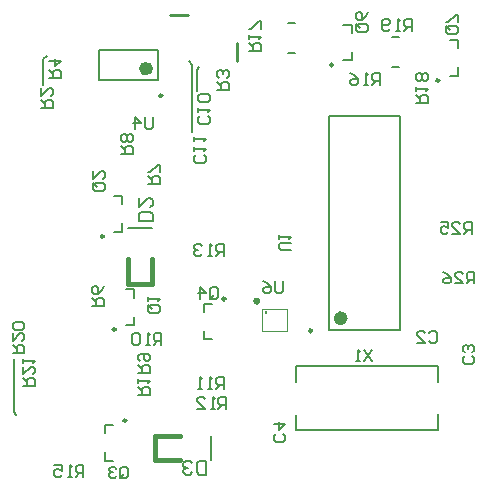
<source format=gbo>
%FSLAX24Y24*%
%MOIN*%
G70*
G01*
G75*
G04 Layer_Color=32896*
%ADD10C,0.0079*%
%ADD11R,0.0236X0.0886*%
%ADD12R,0.0299X0.0945*%
%ADD13R,0.0315X0.0354*%
%ADD14R,0.0886X0.0236*%
%ADD15R,0.0846X0.0335*%
%ADD16C,0.0335*%
%ADD17R,0.0335X0.0846*%
%ADD18R,0.0315X0.0630*%
%ADD19R,0.0394X0.0276*%
%ADD20R,0.0236X0.0197*%
%ADD21R,0.0276X0.0394*%
%ADD22R,0.0354X0.0315*%
%ADD23R,0.0906X0.0906*%
%ADD24R,0.0492X0.0433*%
%ADD25R,0.0354X0.0315*%
%ADD26R,0.0591X0.0295*%
%ADD27R,0.0295X0.0591*%
%ADD28C,0.0276*%
%ADD29C,0.0100*%
%ADD30C,0.0118*%
%ADD31C,0.0138*%
%ADD32C,0.0098*%
%ADD33C,0.0380*%
%ADD34R,0.0380X0.0380*%
%ADD35O,0.0669X0.1181*%
%ADD36C,0.0380*%
%ADD37R,0.2165X0.0827*%
%ADD38R,0.0118X0.0295*%
%ADD39R,0.0480X0.0358*%
%ADD40R,0.0358X0.0480*%
%ADD41R,0.0630X0.1063*%
%ADD42R,0.0906X0.0236*%
%ADD43R,0.0630X0.0315*%
%ADD44C,0.0236*%
%ADD45C,0.0394*%
%ADD46C,0.0039*%
%ADD47C,0.0063*%
%ADD48R,0.0246X0.0433*%
%ADD49R,0.0316X0.0966*%
%ADD50R,0.0379X0.1025*%
%ADD51R,0.0395X0.0434*%
%ADD52R,0.0966X0.0316*%
%ADD53R,0.0926X0.0415*%
%ADD54C,0.0415*%
%ADD55R,0.0415X0.0926*%
%ADD56R,0.0395X0.0710*%
%ADD57R,0.0474X0.0356*%
%ADD58R,0.0316X0.0277*%
%ADD59R,0.0356X0.0474*%
%ADD60R,0.0434X0.0395*%
%ADD61R,0.0986X0.0986*%
%ADD62R,0.0572X0.0513*%
%ADD63R,0.0434X0.0395*%
%ADD64R,0.0671X0.0375*%
%ADD65R,0.0375X0.0671*%
%ADD66C,0.0827*%
%ADD67C,0.0460*%
%ADD68R,0.0460X0.0460*%
%ADD69O,0.0749X0.1261*%
%ADD70R,0.2245X0.0907*%
%ADD71R,0.0150X0.0327*%
%ADD72R,0.0560X0.0438*%
%ADD73R,0.0438X0.0560*%
%ADD74R,0.0710X0.1143*%
%ADD75R,0.0986X0.0316*%
%ADD76R,0.0710X0.0395*%
%ADD77C,0.0150*%
%ADD78C,0.0050*%
D10*
X14331Y3287D02*
Y3819D01*
Y1693D02*
Y2234D01*
X9606Y3819D02*
X14331D01*
X9606Y3287D02*
Y3819D01*
Y1693D02*
X14331D01*
X9606D02*
Y2205D01*
X4213Y6102D02*
Y6378D01*
X3937D02*
X4213D01*
Y5197D02*
Y5472D01*
X3937Y5197D02*
X4213D01*
X3819Y9213D02*
Y9488D01*
X3543D02*
X3819D01*
Y8307D02*
Y8583D01*
X3543Y8307D02*
X3819D01*
X3228Y1850D02*
X3504D01*
X3228Y1575D02*
Y1850D01*
Y669D02*
X3504D01*
X3228D02*
Y945D01*
X6535Y5906D02*
X6811D01*
X6535Y5630D02*
Y5906D01*
Y4724D02*
X6811D01*
X6535D02*
Y5000D01*
X11457Y14921D02*
Y15197D01*
X11181D02*
X11457D01*
Y14016D02*
Y14291D01*
X11181Y14016D02*
X11457D01*
X15000Y14409D02*
Y14685D01*
X14724D02*
X15000D01*
Y13504D02*
Y13780D01*
X14724Y13504D02*
X15000D01*
X9331Y14272D02*
X9567D01*
X9331Y15256D02*
X9567D01*
X12795Y13799D02*
X13032D01*
X12795Y14783D02*
X13032D01*
X10699Y12146D02*
X13081D01*
Y5020D02*
Y12146D01*
X10699Y5020D02*
Y12146D01*
Y5020D02*
X13081D01*
X5000Y13346D02*
Y14370D01*
X3031Y13346D02*
X5000D01*
X3031Y14370D02*
X5000D01*
X3031Y13346D02*
Y14370D01*
X197Y2283D02*
Y4055D01*
Y2283D02*
X276Y2205D01*
X1181Y13189D02*
Y14055D01*
X1292Y14166D01*
X6299Y12976D02*
Y13701D01*
X6378Y13780D01*
X6142Y11614D02*
Y13858D01*
X6024Y13976D02*
X6142Y13858D01*
D29*
X8609Y5617D02*
G03*
X8609Y5617I-2J0D01*
G01*
X8369Y5987D02*
G03*
X8369Y5987I-72J0D01*
G01*
X7639Y13986D02*
Y14606D01*
X4006Y6573D02*
X4009Y6570D01*
X4916Y1502D02*
X4920Y1506D01*
X5394Y15512D02*
X6014D01*
D32*
X3593Y5039D02*
G03*
X3593Y5039I-49J0D01*
G01*
X3199Y8150D02*
G03*
X3199Y8150I-49J0D01*
G01*
X3947Y2008D02*
G03*
X3947Y2008I-49J0D01*
G01*
X7254Y6063D02*
G03*
X7254Y6063I-49J0D01*
G01*
X10837Y13858D02*
G03*
X10837Y13858I-49J0D01*
G01*
X14380Y13346D02*
G03*
X14380Y13346I-49J0D01*
G01*
X10138Y4998D02*
G03*
X10138Y4998I-49J0D01*
G01*
X5150Y12835D02*
G03*
X5150Y12835I-49J0D01*
G01*
D44*
X11211Y5413D02*
G03*
X11211Y5413I-118J0D01*
G01*
X4724Y13740D02*
G03*
X4724Y13740I-118J0D01*
G01*
D46*
X9306Y5000D02*
Y5709D01*
X8483D02*
X9306D01*
X8483Y5000D02*
Y5709D01*
Y5000D02*
X9305D01*
D47*
X12126Y4370D02*
X11864Y3976D01*
Y4370D02*
X12126Y3976D01*
X11732D02*
X11601D01*
X11667D01*
Y4370D01*
X11732Y4304D01*
X9173Y6653D02*
Y6325D01*
X9108Y6260D01*
X8976D01*
X8911Y6325D01*
Y6653D01*
X8517D02*
X8648Y6588D01*
X8780Y6457D01*
Y6325D01*
X8714Y6260D01*
X8583D01*
X8517Y6325D01*
Y6391D01*
X8583Y6457D01*
X8780D01*
X14029Y4934D02*
X14095Y5000D01*
X14226D01*
X14291Y4934D01*
Y4672D01*
X14226Y4606D01*
X14095D01*
X14029Y4672D01*
X13635Y4606D02*
X13898D01*
X13635Y4869D01*
Y4934D01*
X13701Y5000D01*
X13832D01*
X13898Y4934D01*
X15485Y4143D02*
X15551Y4078D01*
Y3947D01*
X15485Y3881D01*
X15223D01*
X15157Y3947D01*
Y4078D01*
X15223Y4143D01*
X15485Y4275D02*
X15551Y4340D01*
Y4471D01*
X15485Y4537D01*
X15420D01*
X15354Y4471D01*
Y4406D01*
Y4471D01*
X15289Y4537D01*
X15223D01*
X15157Y4471D01*
Y4340D01*
X15223Y4275D01*
X9186Y1562D02*
X9252Y1496D01*
Y1365D01*
X9186Y1299D01*
X8924D01*
X8858Y1365D01*
Y1496D01*
X8924Y1562D01*
X8858Y1890D02*
X9252D01*
X9055Y1693D01*
Y1955D01*
X6667Y12152D02*
X6732Y12087D01*
Y11955D01*
X6667Y11890D01*
X6404D01*
X6339Y11955D01*
Y12087D01*
X6404Y12152D01*
X6339Y12283D02*
Y12415D01*
Y12349D01*
X6732D01*
X6667Y12283D01*
Y12611D02*
X6732Y12677D01*
Y12808D01*
X6667Y12874D01*
X6404D01*
X6339Y12808D01*
Y12677D01*
X6404Y12611D01*
X6667D01*
X4831Y8661D02*
X4370D01*
Y8892D01*
X4447Y8968D01*
X4754D01*
X4831Y8892D01*
Y8661D01*
X4370Y9429D02*
Y9122D01*
X4677Y9429D01*
X4754D01*
X4831Y9352D01*
Y9199D01*
X4754Y9122D01*
X6614Y657D02*
Y197D01*
X6384D01*
X6307Y274D01*
Y581D01*
X6384Y657D01*
X6614D01*
X6154Y581D02*
X6077Y657D01*
X5923D01*
X5847Y581D01*
Y504D01*
X5923Y427D01*
X6000D01*
X5923D01*
X5847Y350D01*
Y274D01*
X5923Y197D01*
X6077D01*
X6154Y274D01*
X4751Y5853D02*
X5013D01*
X5079Y5787D01*
Y5656D01*
X5013Y5591D01*
X4751D01*
X4685Y5656D01*
Y5787D01*
X4816Y5722D02*
X4685Y5853D01*
Y5787D02*
X4751Y5853D01*
X4685Y5984D02*
Y6115D01*
Y6050D01*
X5079D01*
X5013Y5984D01*
X2920Y9914D02*
X3182D01*
X3248Y9849D01*
Y9717D01*
X3182Y9652D01*
X2920D01*
X2854Y9717D01*
Y9849D01*
X2986Y9783D02*
X2854Y9914D01*
Y9849D02*
X2920Y9914D01*
X2854Y10308D02*
Y10045D01*
X3117Y10308D01*
X3182D01*
X3248Y10242D01*
Y10111D01*
X3182Y10045D01*
X3753Y144D02*
Y407D01*
X3819Y472D01*
X3950D01*
X4016Y407D01*
Y144D01*
X3950Y79D01*
X3819D01*
X3885Y210D02*
X3753Y79D01*
X3819D02*
X3753Y144D01*
X3622Y407D02*
X3557Y472D01*
X3425D01*
X3360Y407D01*
Y341D01*
X3425Y276D01*
X3491D01*
X3425D01*
X3360Y210D01*
Y144D01*
X3425Y79D01*
X3557D01*
X3622Y144D01*
X6745Y6129D02*
Y6391D01*
X6811Y6457D01*
X6942D01*
X7008Y6391D01*
Y6129D01*
X6942Y6063D01*
X6811D01*
X6877Y6194D02*
X6745Y6063D01*
X6811D02*
X6745Y6129D01*
X6418Y6063D02*
Y6457D01*
X6614Y6260D01*
X6352D01*
X11680Y15223D02*
X11942D01*
X12008Y15157D01*
Y15026D01*
X11942Y14961D01*
X11680D01*
X11614Y15026D01*
Y15157D01*
X11745Y15092D02*
X11614Y15223D01*
Y15157D02*
X11680Y15223D01*
X12008Y15617D02*
X11942Y15485D01*
X11811Y15354D01*
X11680D01*
X11614Y15420D01*
Y15551D01*
X11680Y15617D01*
X11745D01*
X11811Y15551D01*
Y15354D01*
X14672Y15144D02*
X14934D01*
X15000Y15079D01*
Y14947D01*
X14934Y14882D01*
X14672D01*
X14606Y14947D01*
Y15079D01*
X14737Y15013D02*
X14606Y15144D01*
Y15079D02*
X14672Y15144D01*
X15000Y15275D02*
Y15538D01*
X14934D01*
X14672Y15275D01*
X14606D01*
X4334Y2869D02*
X4727D01*
Y3066D01*
X4662Y3131D01*
X4531D01*
X4465Y3066D01*
Y2869D01*
Y3000D02*
X4334Y3131D01*
Y3263D02*
Y3394D01*
Y3328D01*
X4727D01*
X4662Y3263D01*
X1110Y12440D02*
X1504D01*
Y12637D01*
X1438Y12702D01*
X1307D01*
X1241Y12637D01*
Y12440D01*
Y12571D02*
X1110Y12702D01*
Y13096D02*
Y12834D01*
X1372Y13096D01*
X1438D01*
X1504Y13030D01*
Y12899D01*
X1438Y12834D01*
X6969Y13032D02*
X7362D01*
Y13228D01*
X7296Y13294D01*
X7165D01*
X7100Y13228D01*
Y13032D01*
Y13163D02*
X6969Y13294D01*
X7296Y13425D02*
X7362Y13491D01*
Y13622D01*
X7296Y13687D01*
X7231D01*
X7165Y13622D01*
Y13556D01*
Y13622D01*
X7100Y13687D01*
X7034D01*
X6969Y13622D01*
Y13491D01*
X7034Y13425D01*
X1388Y13414D02*
X1781D01*
Y13611D01*
X1716Y13677D01*
X1585D01*
X1519Y13611D01*
Y13414D01*
Y13545D02*
X1388Y13677D01*
Y14005D02*
X1781D01*
X1585Y13808D01*
Y14070D01*
X2820Y5827D02*
X3214D01*
Y6024D01*
X3148Y6089D01*
X3017D01*
X2951Y6024D01*
Y5827D01*
Y5958D02*
X2820Y6089D01*
X3214Y6483D02*
X3148Y6352D01*
X3017Y6220D01*
X2886D01*
X2820Y6286D01*
Y6417D01*
X2886Y6483D01*
X2951D01*
X3017Y6417D01*
Y6220D01*
X4670Y9882D02*
X5064D01*
Y10079D01*
X4998Y10144D01*
X4867D01*
X4802Y10079D01*
Y9882D01*
Y10013D02*
X4670Y10144D01*
X5064Y10275D02*
Y10538D01*
X4998D01*
X4736Y10275D01*
X4670D01*
X3780Y10906D02*
X4173D01*
Y11102D01*
X4108Y11168D01*
X3976D01*
X3911Y11102D01*
Y10906D01*
Y11037D02*
X3780Y11168D01*
X4108Y11299D02*
X4173Y11365D01*
Y11496D01*
X4108Y11561D01*
X4042D01*
X3976Y11496D01*
X3911Y11561D01*
X3845D01*
X3780Y11496D01*
Y11365D01*
X3845Y11299D01*
X3911D01*
X3976Y11365D01*
X4042Y11299D01*
X4108D01*
X3976Y11365D02*
Y11496D01*
X4331Y3583D02*
X4724D01*
Y3779D01*
X4659Y3845D01*
X4527D01*
X4462Y3779D01*
Y3583D01*
Y3714D02*
X4331Y3845D01*
X4396Y3976D02*
X4331Y4042D01*
Y4173D01*
X4396Y4239D01*
X4659D01*
X4724Y4173D01*
Y4042D01*
X4659Y3976D01*
X4593D01*
X4527Y4042D01*
Y4239D01*
X5118Y4528D02*
Y4921D01*
X4921D01*
X4856Y4856D01*
Y4724D01*
X4921Y4659D01*
X5118D01*
X4987D02*
X4856Y4528D01*
X4725D02*
X4593D01*
X4659D01*
Y4921D01*
X4725Y4856D01*
X4397D02*
X4331Y4921D01*
X4200D01*
X4134Y4856D01*
Y4593D01*
X4200Y4528D01*
X4331D01*
X4397Y4593D01*
Y4856D01*
X7205Y3051D02*
Y3445D01*
X7008D01*
X6942Y3379D01*
Y3248D01*
X7008Y3182D01*
X7205D01*
X7074D02*
X6942Y3051D01*
X6811D02*
X6680D01*
X6746D01*
Y3445D01*
X6811Y3379D01*
X6483Y3051D02*
X6352D01*
X6418D01*
Y3445D01*
X6483Y3379D01*
X7283Y2402D02*
Y2795D01*
X7087D01*
X7021Y2730D01*
Y2598D01*
X7087Y2533D01*
X7283D01*
X7152D02*
X7021Y2402D01*
X6890D02*
X6759D01*
X6824D01*
Y2795D01*
X6890Y2730D01*
X6300Y2402D02*
X6562D01*
X6300Y2664D01*
Y2730D01*
X6365Y2795D01*
X6496D01*
X6562Y2730D01*
X7205Y7480D02*
Y7874D01*
X7008D01*
X6942Y7808D01*
Y7677D01*
X7008Y7612D01*
X7205D01*
X7074D02*
X6942Y7480D01*
X6811D02*
X6680D01*
X6746D01*
Y7874D01*
X6811Y7808D01*
X6483D02*
X6418Y7874D01*
X6286D01*
X6221Y7808D01*
Y7743D01*
X6286Y7677D01*
X6352D01*
X6286D01*
X6221Y7612D01*
Y7546D01*
X6286Y7480D01*
X6418D01*
X6483Y7546D01*
X2520Y118D02*
Y512D01*
X2323D01*
X2257Y446D01*
Y315D01*
X2323Y249D01*
X2520D01*
X2388D02*
X2257Y118D01*
X2126D02*
X1995D01*
X2061D01*
Y512D01*
X2126Y446D01*
X1536Y512D02*
X1798D01*
Y315D01*
X1667Y380D01*
X1601D01*
X1536Y315D01*
Y184D01*
X1601Y118D01*
X1733D01*
X1798Y184D01*
X12402Y13189D02*
Y13583D01*
X12205D01*
X12139Y13517D01*
Y13386D01*
X12205Y13320D01*
X12402D01*
X12270D02*
X12139Y13189D01*
X12008D02*
X11877D01*
X11942D01*
Y13583D01*
X12008Y13517D01*
X11418Y13583D02*
X11549Y13517D01*
X11680Y13386D01*
Y13255D01*
X11614Y13189D01*
X11483D01*
X11418Y13255D01*
Y13320D01*
X11483Y13386D01*
X11680D01*
X8031Y14331D02*
X8425D01*
Y14527D01*
X8359Y14593D01*
X8228D01*
X8163Y14527D01*
Y14331D01*
Y14462D02*
X8031Y14593D01*
Y14724D02*
Y14855D01*
Y14790D01*
X8425D01*
X8359Y14724D01*
X8425Y15052D02*
Y15315D01*
X8359D01*
X8097Y15052D01*
X8031D01*
X13622Y12598D02*
X14016D01*
Y12795D01*
X13950Y12861D01*
X13819D01*
X13753Y12795D01*
Y12598D01*
Y12730D02*
X13622Y12861D01*
Y12992D02*
Y13123D01*
Y13058D01*
X14016D01*
X13950Y12992D01*
Y13320D02*
X14016Y13386D01*
Y13517D01*
X13950Y13582D01*
X13884D01*
X13819Y13517D01*
X13753Y13582D01*
X13688D01*
X13622Y13517D01*
Y13386D01*
X13688Y13320D01*
X13753D01*
X13819Y13386D01*
X13884Y13320D01*
X13950D01*
X13819Y13386D02*
Y13517D01*
X13465Y15000D02*
Y15394D01*
X13268D01*
X13202Y15328D01*
Y15197D01*
X13268Y15131D01*
X13465D01*
X13333D02*
X13202Y15000D01*
X13071D02*
X12940D01*
X13005D01*
Y15394D01*
X13071Y15328D01*
X12743Y15066D02*
X12677Y15000D01*
X12546D01*
X12481Y15066D01*
Y15328D01*
X12546Y15394D01*
X12677D01*
X12743Y15328D01*
Y15262D01*
X12677Y15197D01*
X12481D01*
X157Y4252D02*
X551D01*
Y4449D01*
X485Y4514D01*
X354D01*
X289Y4449D01*
Y4252D01*
Y4383D02*
X157Y4514D01*
Y4908D02*
Y4646D01*
X420Y4908D01*
X485D01*
X551Y4842D01*
Y4711D01*
X485Y4646D01*
Y5039D02*
X551Y5105D01*
Y5236D01*
X485Y5301D01*
X223D01*
X157Y5236D01*
Y5105D01*
X223Y5039D01*
X485D01*
X512Y3150D02*
X905D01*
Y3346D01*
X840Y3412D01*
X709D01*
X643Y3346D01*
Y3150D01*
Y3281D02*
X512Y3412D01*
Y3806D02*
Y3543D01*
X774Y3806D01*
X840D01*
X905Y3740D01*
Y3609D01*
X840Y3543D01*
X512Y3937D02*
Y4068D01*
Y4002D01*
X905D01*
X840Y3937D01*
X15472Y8228D02*
Y8622D01*
X15276D01*
X15210Y8556D01*
Y8425D01*
X15276Y8360D01*
X15472D01*
X15341D02*
X15210Y8228D01*
X14816D02*
X15079D01*
X14816Y8491D01*
Y8556D01*
X14882Y8622D01*
X15013D01*
X15079Y8556D01*
X14423Y8622D02*
X14685D01*
Y8425D01*
X14554Y8491D01*
X14489D01*
X14423Y8425D01*
Y8294D01*
X14489Y8228D01*
X14620D01*
X14685Y8294D01*
X15551Y6575D02*
Y6968D01*
X15354D01*
X15289Y6903D01*
Y6772D01*
X15354Y6706D01*
X15551D01*
X15420D02*
X15289Y6575D01*
X14895D02*
X15158D01*
X14895Y6837D01*
Y6903D01*
X14961Y6968D01*
X15092D01*
X15158Y6903D01*
X14502Y6968D02*
X14633Y6903D01*
X14764Y6772D01*
Y6640D01*
X14698Y6575D01*
X14567D01*
X14502Y6640D01*
Y6706D01*
X14567Y6772D01*
X14764D01*
X9449Y7677D02*
X9121D01*
X9055Y7743D01*
Y7874D01*
X9121Y7940D01*
X9449D01*
X9055Y8071D02*
Y8202D01*
Y8136D01*
X9449D01*
X9383Y8071D01*
X4843Y12126D02*
Y11798D01*
X4777Y11732D01*
X4646D01*
X4580Y11798D01*
Y12126D01*
X4252Y11732D02*
Y12126D01*
X4449Y11929D01*
X4187D01*
X6548Y10853D02*
X6614Y10787D01*
Y10656D01*
X6548Y10591D01*
X6286D01*
X6220Y10656D01*
Y10787D01*
X6286Y10853D01*
X6220Y10984D02*
Y11115D01*
Y11050D01*
X6614D01*
X6548Y10984D01*
X6220Y11312D02*
Y11443D01*
Y11378D01*
X6614D01*
X6548Y11312D01*
D77*
X4813Y6570D02*
Y7392D01*
X4006Y6573D02*
Y7392D01*
X4009Y6570D02*
X4813D01*
X4920Y1506D02*
X5738D01*
X4916Y699D02*
X5738D01*
X4916D02*
Y1502D01*
D78*
X4006Y8420D02*
X4813D01*
X6766Y699D02*
Y1506D01*
M02*

</source>
